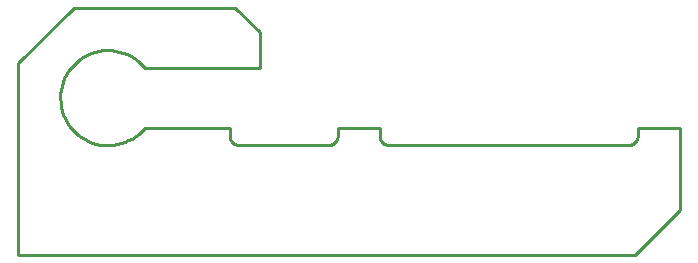
<source format=gbr>
G04 EAGLE Gerber RS-274X export*
G75*
%MOMM*%
%FSLAX34Y34*%
%LPD*%
%IN*%
%IPPOS*%
%AMOC8*
5,1,8,0,0,1.08239X$1,22.5*%
G01*
%ADD10C,0.254000*%


D10*
X3810Y0D02*
X525780Y0D01*
X563880Y38100D01*
X563880Y107950D01*
X528320Y107950D01*
X528320Y100965D01*
X528291Y100301D01*
X528204Y99642D01*
X528060Y98993D01*
X527860Y98359D01*
X527606Y97745D01*
X527299Y97155D01*
X526942Y96594D01*
X526537Y96067D01*
X526088Y95577D01*
X525598Y95128D01*
X525071Y94723D01*
X524510Y94366D01*
X523920Y94059D01*
X523306Y93805D01*
X522672Y93605D01*
X522023Y93461D01*
X521364Y93374D01*
X520700Y93345D01*
X317500Y93345D01*
X316836Y93374D01*
X316177Y93461D01*
X315528Y93605D01*
X314894Y93805D01*
X314280Y94059D01*
X313690Y94366D01*
X313129Y94723D01*
X312602Y95128D01*
X312112Y95577D01*
X311663Y96067D01*
X311258Y96594D01*
X310901Y97155D01*
X310594Y97745D01*
X310340Y98359D01*
X310140Y98993D01*
X309996Y99642D01*
X309909Y100301D01*
X309880Y100965D01*
X309880Y107950D01*
X274320Y107950D01*
X274320Y100965D01*
X274291Y100301D01*
X274204Y99642D01*
X274060Y98993D01*
X273860Y98359D01*
X273606Y97745D01*
X273299Y97155D01*
X272942Y96594D01*
X272537Y96067D01*
X272088Y95577D01*
X271598Y95128D01*
X271071Y94723D01*
X270510Y94366D01*
X269920Y94059D01*
X269306Y93805D01*
X268672Y93605D01*
X268023Y93461D01*
X267364Y93374D01*
X266700Y93345D01*
X190500Y93345D01*
X189836Y93374D01*
X189177Y93461D01*
X188528Y93605D01*
X187894Y93805D01*
X187280Y94059D01*
X186690Y94366D01*
X186129Y94723D01*
X185602Y95128D01*
X185112Y95577D01*
X184663Y96067D01*
X184258Y96594D01*
X183901Y97155D01*
X183594Y97745D01*
X183340Y98359D01*
X183140Y98993D01*
X182996Y99642D01*
X182909Y100301D01*
X182880Y100965D01*
X182880Y107950D01*
X110901Y107950D01*
X108568Y105329D01*
X106016Y102922D01*
X103264Y100746D01*
X100333Y98819D01*
X97245Y97154D01*
X94024Y95765D01*
X90693Y94661D01*
X87280Y93852D01*
X83809Y93344D01*
X80306Y93140D01*
X76800Y93243D01*
X73315Y93650D01*
X69879Y94360D01*
X66519Y95366D01*
X63258Y96661D01*
X60123Y98236D01*
X57138Y100078D01*
X54324Y102173D01*
X51703Y104506D01*
X49296Y107057D01*
X47120Y109809D01*
X45192Y112741D01*
X43528Y115829D01*
X42138Y119050D01*
X41035Y122380D01*
X40226Y125794D01*
X39718Y129265D01*
X39514Y132767D01*
X39616Y136274D01*
X40024Y139759D01*
X40733Y143194D01*
X41740Y146555D01*
X43035Y149815D01*
X44610Y152950D01*
X46452Y155936D01*
X48547Y158750D01*
X50879Y161371D01*
X53431Y163778D01*
X56183Y165954D01*
X59114Y167881D01*
X62202Y169546D01*
X65424Y170935D01*
X68754Y172039D01*
X72168Y172848D01*
X75639Y173356D01*
X79141Y173560D01*
X82648Y173457D01*
X86132Y173050D01*
X89568Y172340D01*
X92929Y171334D01*
X96189Y170039D01*
X99324Y168464D01*
X102310Y166622D01*
X105124Y164527D01*
X107744Y162194D01*
X110152Y159643D01*
X110901Y158750D01*
X208280Y158750D01*
X208280Y188595D01*
X187325Y209550D01*
X50800Y209550D01*
X3810Y162560D01*
X3810Y0D01*
M02*

</source>
